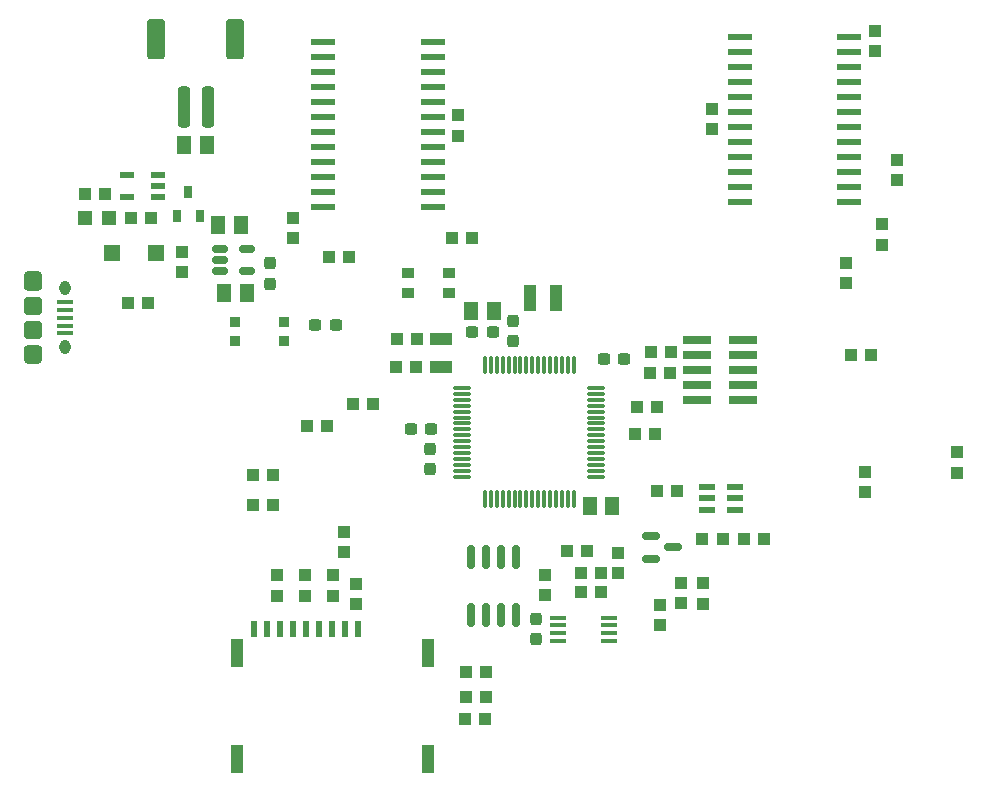
<source format=gbr>
%TF.GenerationSoftware,KiCad,Pcbnew,8.0.5*%
%TF.CreationDate,2024-11-04T18:47:41-08:00*%
%TF.ProjectId,digitalclock,64696769-7461-46c6-936c-6f636b2e6b69,rev?*%
%TF.SameCoordinates,Original*%
%TF.FileFunction,Paste,Top*%
%TF.FilePolarity,Positive*%
%FSLAX46Y46*%
G04 Gerber Fmt 4.6, Leading zero omitted, Abs format (unit mm)*
G04 Created by KiCad (PCBNEW 8.0.5) date 2024-11-04 18:47:41*
%MOMM*%
%LPD*%
G01*
G04 APERTURE LIST*
G04 Aperture macros list*
%AMRoundRect*
0 Rectangle with rounded corners*
0 $1 Rounding radius*
0 $2 $3 $4 $5 $6 $7 $8 $9 X,Y pos of 4 corners*
0 Add a 4 corners polygon primitive as box body*
4,1,4,$2,$3,$4,$5,$6,$7,$8,$9,$2,$3,0*
0 Add four circle primitives for the rounded corners*
1,1,$1+$1,$2,$3*
1,1,$1+$1,$4,$5*
1,1,$1+$1,$6,$7*
1,1,$1+$1,$8,$9*
0 Add four rect primitives between the rounded corners*
20,1,$1+$1,$2,$3,$4,$5,0*
20,1,$1+$1,$4,$5,$6,$7,0*
20,1,$1+$1,$6,$7,$8,$9,0*
20,1,$1+$1,$8,$9,$2,$3,0*%
G04 Aperture macros list end*
%ADD10R,1.075000X1.000000*%
%ADD11RoundRect,0.237500X-0.300000X-0.237500X0.300000X-0.237500X0.300000X0.237500X-0.300000X0.237500X0*%
%ADD12R,1.240000X1.500000*%
%ADD13R,2.400000X0.760000*%
%ADD14R,1.000000X1.075000*%
%ADD15R,0.620000X1.400000*%
%ADD16R,1.100000X2.400000*%
%ADD17RoundRect,0.237500X0.300000X0.237500X-0.300000X0.237500X-0.300000X-0.237500X0.300000X-0.237500X0*%
%ADD18R,1.400000X0.450000*%
%ADD19RoundRect,0.075000X-0.662500X-0.075000X0.662500X-0.075000X0.662500X0.075000X-0.662500X0.075000X0*%
%ADD20RoundRect,0.075000X-0.075000X-0.662500X0.075000X-0.662500X0.075000X0.662500X-0.075000X0.662500X0*%
%ADD21R,1.900000X1.100000*%
%ADD22RoundRect,0.237500X0.237500X-0.300000X0.237500X0.300000X-0.237500X0.300000X-0.237500X-0.300000X0*%
%ADD23R,1.400000X1.400000*%
%ADD24R,1.200000X1.200000*%
%ADD25R,1.016000X2.200000*%
%ADD26RoundRect,0.073750X-0.611250X-0.221250X0.611250X-0.221250X0.611250X0.221250X-0.611250X0.221250X0*%
%ADD27R,0.635000X1.016000*%
%ADD28R,0.900000X0.900000*%
%ADD29RoundRect,0.150000X-0.512500X-0.150000X0.512500X-0.150000X0.512500X0.150000X-0.512500X0.150000X0*%
%ADD30R,1.200000X0.550000*%
%ADD31RoundRect,0.250000X0.250000X1.500000X-0.250000X1.500000X-0.250000X-1.500000X0.250000X-1.500000X0*%
%ADD32RoundRect,0.250001X0.499999X1.449999X-0.499999X1.449999X-0.499999X-1.449999X0.499999X-1.449999X0*%
%ADD33RoundRect,0.237500X-0.237500X0.300000X-0.237500X-0.300000X0.237500X-0.300000X0.237500X0.300000X0*%
%ADD34RoundRect,0.150000X-0.150000X0.825000X-0.150000X-0.825000X0.150000X-0.825000X0.150000X0.825000X0*%
%ADD35O,1.550000X0.890000*%
%ADD36O,0.950000X1.250000*%
%ADD37RoundRect,0.100000X-0.575000X0.100000X-0.575000X-0.100000X0.575000X-0.100000X0.575000X0.100000X0*%
%ADD38RoundRect,0.250000X-0.525000X0.475000X-0.525000X-0.475000X0.525000X-0.475000X0.525000X0.475000X0*%
%ADD39RoundRect,0.250000X-0.525000X0.500000X-0.525000X-0.500000X0.525000X-0.500000X0.525000X0.500000X0*%
%ADD40RoundRect,0.073750X-0.951250X-0.221250X0.951250X-0.221250X0.951250X0.221250X-0.951250X0.221250X0*%
%ADD41RoundRect,0.150000X-0.587500X-0.150000X0.587500X-0.150000X0.587500X0.150000X-0.587500X0.150000X0*%
%ADD42RoundRect,0.073750X0.951250X0.221250X-0.951250X0.221250X-0.951250X-0.221250X0.951250X-0.221250X0*%
%ADD43R,1.000000X0.850000*%
G04 APERTURE END LIST*
D10*
%TO.C,R13*%
X165740000Y-94400000D03*
X167440000Y-94400000D03*
%TD*%
D11*
%TO.C,C11*%
X162887500Y-90318750D03*
X164612500Y-90318750D03*
%TD*%
D10*
%TO.C,R32*%
X134874000Y-100158000D03*
X133174000Y-100158000D03*
%TD*%
%TO.C,R11*%
X137780000Y-95940000D03*
X139480000Y-95940000D03*
%TD*%
%TO.C,R4*%
X166860000Y-89710000D03*
X168560000Y-89710000D03*
%TD*%
D12*
%TO.C,C1*%
X127370000Y-72140000D03*
X129270000Y-72140000D03*
%TD*%
D13*
%TO.C,J1*%
X174710000Y-93770000D03*
X170810000Y-93770000D03*
X174710000Y-92500000D03*
X170810000Y-92500000D03*
X174710000Y-91230000D03*
X170810000Y-91230000D03*
X174710000Y-89960000D03*
X170810000Y-89960000D03*
X174710000Y-88690000D03*
X170810000Y-88690000D03*
%TD*%
D14*
%TO.C,R24*%
X192786000Y-98210000D03*
X192786000Y-99910000D03*
%TD*%
D10*
%TO.C,R31*%
X134874000Y-102666800D03*
X133174000Y-102666800D03*
%TD*%
D14*
%TO.C,C13*%
X171259000Y-109300000D03*
X171259000Y-111000000D03*
%TD*%
D15*
%TO.C,J2*%
X142050000Y-113160000D03*
X140950000Y-113160000D03*
X139850000Y-113160000D03*
X138750000Y-113160000D03*
X137650000Y-113160000D03*
X136550000Y-113160000D03*
X135450000Y-113160000D03*
X134350000Y-113160000D03*
X133250000Y-113160000D03*
D16*
X131870000Y-124160000D03*
X131870000Y-115160000D03*
X148020000Y-115160000D03*
X148020000Y-124160000D03*
%TD*%
D11*
%TO.C,C2*%
X138485000Y-87380000D03*
X140210000Y-87380000D03*
%TD*%
D17*
%TO.C,C3*%
X153487500Y-88020000D03*
X151762500Y-88020000D03*
%TD*%
D14*
%TO.C,R10*%
X157930000Y-110250000D03*
X157930000Y-108550000D03*
%TD*%
D18*
%TO.C,U5*%
X163380000Y-114135000D03*
X163380000Y-113485000D03*
X163380000Y-112835000D03*
X163380000Y-112185000D03*
X158980000Y-112185000D03*
X158980000Y-112835000D03*
X158980000Y-113485000D03*
X158980000Y-114135000D03*
%TD*%
D14*
%TO.C,R40*%
X185851800Y-64197600D03*
X185851800Y-62497600D03*
%TD*%
D19*
%TO.C,U$1*%
X150925000Y-92750000D03*
X150925000Y-93250000D03*
X150925000Y-93750000D03*
X150925000Y-94250000D03*
X150925000Y-94750000D03*
X150925000Y-95250000D03*
X150925000Y-95750000D03*
X150925000Y-96250000D03*
X150925000Y-96750000D03*
X150925000Y-97250000D03*
X150925000Y-97750000D03*
X150925000Y-98250000D03*
X150925000Y-98750000D03*
X150925000Y-99250000D03*
X150925000Y-99750000D03*
X150925000Y-100250000D03*
D20*
X152837500Y-102162500D03*
X153337500Y-102162500D03*
X153837500Y-102162500D03*
X154337500Y-102162500D03*
X154837500Y-102162500D03*
X155337500Y-102162500D03*
X155837500Y-102162500D03*
X156337500Y-102162500D03*
X156837500Y-102162500D03*
X157337500Y-102162500D03*
X157837500Y-102162500D03*
X158337500Y-102162500D03*
X158837500Y-102162500D03*
X159337500Y-102162500D03*
X159837500Y-102162500D03*
X160337500Y-102162500D03*
D19*
X162250000Y-100250000D03*
X162250000Y-99750000D03*
X162250000Y-99250000D03*
X162250000Y-98750000D03*
X162250000Y-98250000D03*
X162250000Y-97750000D03*
X162250000Y-97250000D03*
X162250000Y-96750000D03*
X162250000Y-96250000D03*
X162250000Y-95750000D03*
X162250000Y-95250000D03*
X162250000Y-94750000D03*
X162250000Y-94250000D03*
X162250000Y-93750000D03*
X162250000Y-93250000D03*
X162250000Y-92750000D03*
D20*
X160337500Y-90837500D03*
X159837500Y-90837500D03*
X159337500Y-90837500D03*
X158837500Y-90837500D03*
X158337500Y-90837500D03*
X157837500Y-90837500D03*
X157337500Y-90837500D03*
X156837500Y-90837500D03*
X156337500Y-90837500D03*
X155837500Y-90837500D03*
X155337500Y-90837500D03*
X154837500Y-90837500D03*
X154337500Y-90837500D03*
X153837500Y-90837500D03*
X153337500Y-90837500D03*
X152837500Y-90837500D03*
%TD*%
D21*
%TO.C,X3*%
X149100000Y-88600000D03*
X149100000Y-91000000D03*
%TD*%
D22*
%TO.C,C12*%
X155200000Y-88762500D03*
X155200000Y-87037500D03*
%TD*%
D23*
%TO.C,D1*%
X121300000Y-81330000D03*
X125000000Y-81330000D03*
%TD*%
D14*
%TO.C,R36*%
X183388000Y-82170800D03*
X183388000Y-83870800D03*
%TD*%
%TO.C,R8*%
X167690800Y-112799600D03*
X167690800Y-111099600D03*
%TD*%
%TO.C,R28*%
X164084000Y-108419000D03*
X164084000Y-106719000D03*
%TD*%
D10*
%TO.C,C15*%
X147010900Y-90958200D03*
X145310900Y-90958200D03*
%TD*%
D24*
%TO.C,CHG1*%
X121040000Y-78320000D03*
X118940000Y-78320000D03*
%TD*%
D10*
%TO.C,R7*%
X169100000Y-101500000D03*
X167400000Y-101500000D03*
%TD*%
D12*
%TO.C,C9*%
X163600000Y-102700000D03*
X161700000Y-102700000D03*
%TD*%
D25*
%TO.C,L1*%
X158877000Y-85140000D03*
X156623000Y-85140000D03*
%TD*%
D17*
%TO.C,C8*%
X148262500Y-96200000D03*
X146537500Y-96200000D03*
%TD*%
D10*
%TO.C,R27*%
X159805000Y-106553000D03*
X161505000Y-106553000D03*
%TD*%
%TO.C,R23*%
X183808000Y-89916000D03*
X185508000Y-89916000D03*
%TD*%
D26*
%TO.C,U3*%
X171630000Y-101150000D03*
X171630000Y-102100000D03*
X171630000Y-103050000D03*
X173970000Y-103050000D03*
X173970000Y-102100000D03*
X173970000Y-101150000D03*
%TD*%
D10*
%TO.C,R14*%
X166810000Y-91450000D03*
X168510000Y-91450000D03*
%TD*%
D14*
%TO.C,R20*%
X135255000Y-108624000D03*
X135255000Y-110324000D03*
%TD*%
D10*
%TO.C,C16*%
X147050000Y-88570000D03*
X145350000Y-88570000D03*
%TD*%
%TO.C,R30*%
X160980000Y-110000000D03*
X162680000Y-110000000D03*
%TD*%
D27*
%TO.C,Q1*%
X126780000Y-78190000D03*
X128680000Y-78190000D03*
X127730000Y-76190000D03*
%TD*%
D14*
%TO.C,R39*%
X186486800Y-80606000D03*
X186486800Y-78906000D03*
%TD*%
%TO.C,R25*%
X185039000Y-99861000D03*
X185039000Y-101561000D03*
%TD*%
D10*
%TO.C,R3*%
X122590000Y-85520000D03*
X124290000Y-85520000D03*
%TD*%
D14*
%TO.C,R35*%
X136601200Y-80047200D03*
X136601200Y-78347200D03*
%TD*%
%TO.C,R19*%
X137617200Y-108624000D03*
X137617200Y-110324000D03*
%TD*%
D28*
%TO.C,SW1*%
X135810000Y-87140000D03*
X131710000Y-87140000D03*
X135810000Y-88740000D03*
X131710000Y-88740000D03*
%TD*%
D10*
%TO.C,R9*%
X172950000Y-105500000D03*
X171250000Y-105500000D03*
%TD*%
%TO.C,C14*%
X174750000Y-105500000D03*
X176450000Y-105500000D03*
%TD*%
D29*
%TO.C,U2*%
X130435000Y-80960000D03*
X130435000Y-81910000D03*
X130435000Y-82860000D03*
X132710000Y-82860000D03*
X132710000Y-80960000D03*
%TD*%
D12*
%TO.C,C4*%
X130260000Y-78980000D03*
X132160000Y-78980000D03*
%TD*%
D10*
%TO.C,R29*%
X160970000Y-108380000D03*
X162670000Y-108380000D03*
%TD*%
D30*
%TO.C,U1*%
X125150000Y-76610000D03*
X125150000Y-75660000D03*
X125150000Y-74710000D03*
X122549800Y-74710000D03*
X122549800Y-76610000D03*
%TD*%
D10*
%TO.C,R2*%
X122880000Y-78400000D03*
X124580000Y-78400000D03*
%TD*%
%TO.C,R15*%
X151190000Y-118900000D03*
X152890000Y-118900000D03*
%TD*%
%TO.C,R26*%
X165520000Y-96647000D03*
X167220000Y-96647000D03*
%TD*%
D14*
%TO.C,R21*%
X139954000Y-108624000D03*
X139954000Y-110324000D03*
%TD*%
D10*
%TO.C,R34*%
X139662800Y-81686400D03*
X141362800Y-81686400D03*
%TD*%
%TO.C,R16*%
X151170000Y-120780000D03*
X152870000Y-120780000D03*
%TD*%
D31*
%TO.C,X1*%
X129360000Y-68970000D03*
X127360000Y-68970000D03*
D32*
X131710000Y-63220000D03*
X125010000Y-63220000D03*
%TD*%
D14*
%TO.C,R38*%
X187706000Y-75170400D03*
X187706000Y-73470400D03*
%TD*%
%TO.C,R18*%
X140930000Y-106660000D03*
X140930000Y-104960000D03*
%TD*%
%TO.C,D2*%
X169469000Y-109260000D03*
X169469000Y-110960000D03*
%TD*%
D10*
%TO.C,R12*%
X141690000Y-94090000D03*
X143390000Y-94090000D03*
%TD*%
D14*
%TO.C,R5*%
X127210000Y-81230000D03*
X127210000Y-82930000D03*
%TD*%
D33*
%TO.C,C7*%
X134630000Y-82187500D03*
X134630000Y-83912500D03*
%TD*%
D34*
%TO.C,U4*%
X155505000Y-107025000D03*
X154235000Y-107025000D03*
X152965000Y-107025000D03*
X151695000Y-107025000D03*
X151695000Y-111975000D03*
X152965000Y-111975000D03*
X154235000Y-111975000D03*
X155505000Y-111975000D03*
%TD*%
D12*
%TO.C,C6*%
X130780000Y-84680000D03*
X132680000Y-84680000D03*
%TD*%
D14*
%TO.C,R41*%
X172050000Y-70815000D03*
X172050000Y-69115000D03*
%TD*%
D35*
%TO.C,X2*%
X114540000Y-83310000D03*
D36*
X117240000Y-84310000D03*
X117240000Y-89310000D03*
D35*
X114540000Y-90310000D03*
D37*
X117240000Y-85510000D03*
X117240000Y-86160000D03*
X117240000Y-86810000D03*
X117240000Y-87460000D03*
X117240000Y-88110000D03*
D38*
X114540000Y-83785000D03*
D39*
X114540000Y-85810000D03*
X114540000Y-87810000D03*
D38*
X114540000Y-89835000D03*
%TD*%
D10*
%TO.C,R17*%
X151190000Y-116770000D03*
X152890000Y-116770000D03*
%TD*%
%TO.C,R33*%
X150039600Y-80060800D03*
X151739600Y-80060800D03*
%TD*%
D14*
%TO.C,R22*%
X141950000Y-109370000D03*
X141950000Y-111070000D03*
%TD*%
D10*
%TO.C,R1*%
X118950000Y-76320000D03*
X120650000Y-76320000D03*
%TD*%
D40*
%TO.C,U6*%
X139090000Y-63470000D03*
X139090000Y-64740000D03*
X139090000Y-66010000D03*
X139090000Y-67280000D03*
X139090000Y-68550000D03*
X139090000Y-69820000D03*
X139090000Y-71090000D03*
X139090000Y-72360000D03*
X139090000Y-73630000D03*
X139090000Y-74900000D03*
X139090000Y-76170000D03*
X139090000Y-77440000D03*
X148400000Y-77440000D03*
X148400000Y-76170000D03*
X148400000Y-74900000D03*
X148400000Y-73630000D03*
X148400000Y-72360000D03*
X148400000Y-71090000D03*
X148400000Y-69820000D03*
X148400000Y-68550000D03*
X148400000Y-67280000D03*
X148400000Y-66010000D03*
X148400000Y-64740000D03*
X148400000Y-63470000D03*
%TD*%
D22*
%TO.C,C10*%
X148150000Y-99612500D03*
X148150000Y-97887500D03*
%TD*%
D33*
%TO.C,C17*%
X157140000Y-112317500D03*
X157140000Y-114042500D03*
%TD*%
D41*
%TO.C,Q2*%
X166862500Y-105287500D03*
X166862500Y-107187500D03*
X168737500Y-106237500D03*
%TD*%
D42*
%TO.C,U7*%
X183700000Y-77025000D03*
X183700000Y-75755000D03*
X183700000Y-74485000D03*
X183700000Y-73215000D03*
X183700000Y-71945000D03*
X183700000Y-70675000D03*
X183700000Y-69405000D03*
X183700000Y-68135000D03*
X183700000Y-66865000D03*
X183700000Y-65595000D03*
X183700000Y-64325000D03*
X183700000Y-63055000D03*
X174390000Y-63055000D03*
X174390000Y-64325000D03*
X174390000Y-65595000D03*
X174390000Y-66865000D03*
X174390000Y-68135000D03*
X174390000Y-69405000D03*
X174390000Y-70675000D03*
X174390000Y-71945000D03*
X174390000Y-73215000D03*
X174390000Y-74485000D03*
X174390000Y-75755000D03*
X174390000Y-77025000D03*
%TD*%
D14*
%TO.C,R37*%
X150550000Y-69675000D03*
X150550000Y-71375000D03*
%TD*%
D12*
%TO.C,C5*%
X153575000Y-86220000D03*
X151675000Y-86220000D03*
%TD*%
D43*
%TO.C,LED1*%
X149810000Y-84745000D03*
X149810000Y-82995000D03*
X146310000Y-82995000D03*
X146310000Y-84745000D03*
%TD*%
M02*

</source>
